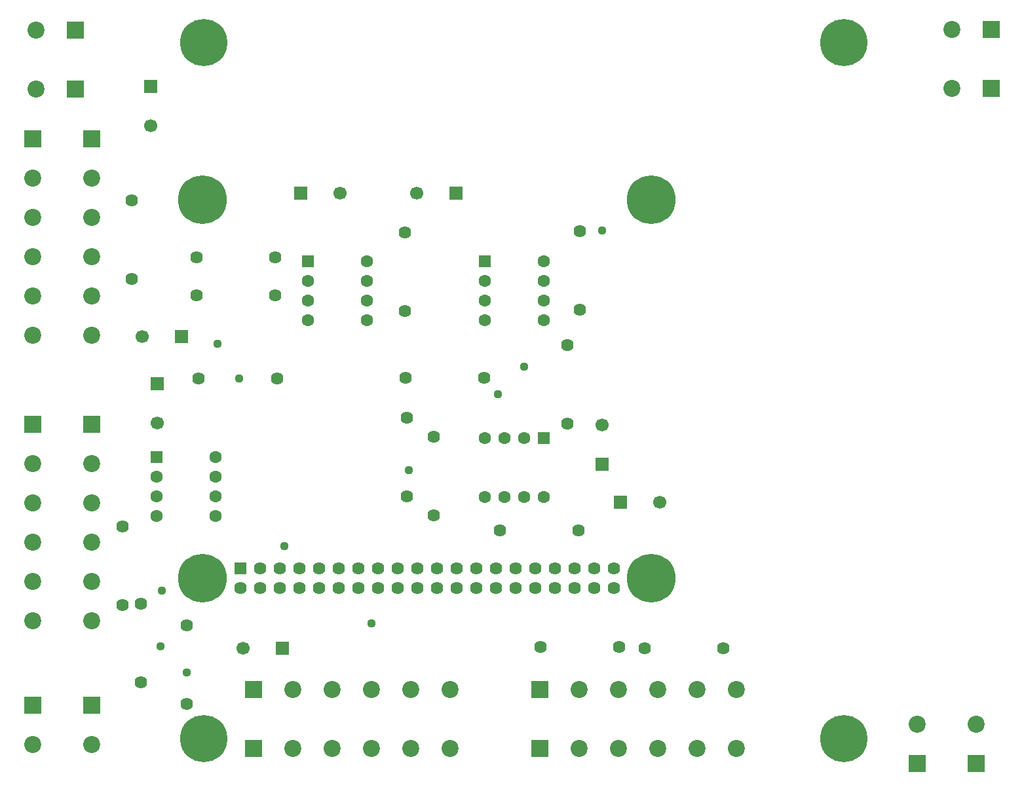
<source format=gbr>
G04 DipTrace 4.1.1.0*
G04 BottomMask.gbr*
%MOMM*%
G04 #@! TF.FileFunction,Soldermask,Bot*
G04 #@! TF.Part,Single*
%ADD39C,1.116*%
%ADD41R,1.624X1.624*%
%ADD43C,6.3*%
%ADD44C,6.1*%
%ADD45C,1.624*%
%ADD47C,1.624*%
%ADD50C,1.608*%
%ADD52R,1.608X1.608*%
%ADD54C,2.2*%
%ADD56R,2.2X2.2*%
%ADD58R,1.7X1.7*%
%ADD60C,1.7*%
%FSLAX35Y35*%
G04*
G71*
G90*
G75*
G01*
G04 BotMask*
%LPD*%
D39*
X7858000Y6433000D3*
X8198000Y6793000D3*
X9208000Y8553000D3*
X4238000Y7083000D3*
X6231600Y3466600D3*
X3838000Y2833000D3*
X3498000Y3173000D3*
X3518000Y3893000D3*
X4518000Y6633013D3*
X6708000Y5453000D3*
X5098000Y4473000D3*
D60*
X6812000Y9035000D3*
D58*
X7320000D3*
D60*
X9952000Y5033000D3*
D58*
X9444000D3*
D60*
X9207995Y6037000D3*
D58*
X9208005Y5529000D3*
D60*
X4564000Y3153000D3*
D58*
X5072000D3*
D60*
X5822000Y9033000D3*
D58*
X5314000D3*
D60*
X3378007Y9909000D3*
D58*
X3377993Y10417000D3*
D60*
X3458010Y6059000D3*
D58*
X3457990Y6567000D3*
D60*
X3264000Y7182983D3*
D58*
X3772000Y7183017D3*
D56*
X8407500Y2617300D3*
D54*
X8915500D3*
X9423500D3*
X9931500D3*
X10439500D3*
X10947500D3*
D56*
X8407500Y1855300D3*
D54*
X8915500D3*
X9423500D3*
X9931500D3*
X10439500D3*
X10947500D3*
D56*
X4707600Y2617300D3*
D54*
X5215600D3*
X5723600D3*
X6231600D3*
X6739600D3*
X7247600D3*
D56*
X4707600Y1855300D3*
D54*
X5215600D3*
X5723600D3*
X6231600D3*
X6739600D3*
X7247600D3*
D52*
X7691983Y8152985D3*
D50*
X7691994Y7898985D3*
X7692006Y7644985D3*
X7692017Y7390985D3*
X8454017Y7391018D3*
X8454006Y7645018D3*
X8453994Y7899018D3*
X8453983Y8153018D3*
D52*
X8454000Y5867000D3*
D50*
X8200000D3*
X7946000D3*
X7692000D3*
Y5105000D3*
X7946000D3*
X8200000D3*
X8454000D3*
D56*
X2614200Y9739000D3*
D54*
Y9231000D3*
Y8723000D3*
Y8215000D3*
Y7707000D3*
Y7199000D3*
D56*
X1852200Y9739000D3*
D54*
Y9231000D3*
Y8723000D3*
Y8215000D3*
Y7707000D3*
Y7199000D3*
D56*
X2614200Y6044000D3*
D54*
Y5536000D3*
Y5028000D3*
Y4520000D3*
Y4012000D3*
Y3504000D3*
D56*
X1852200Y6044000D3*
D54*
Y5536000D3*
Y5028000D3*
Y4520000D3*
Y4012000D3*
Y3504000D3*
D52*
X5405974Y8152976D3*
D50*
X5405989Y7898976D3*
X5406004Y7644976D3*
X5406019Y7390976D3*
X6168019Y7391021D3*
X6168004Y7645021D3*
X6167989Y7899021D3*
X6167974Y8153021D3*
D52*
X3446983Y5618985D3*
D50*
X3446994Y5364985D3*
X3447006Y5110985D3*
X3447017Y4856985D3*
X4209017Y4857018D3*
X4209006Y5111018D3*
X4208994Y5365018D3*
X4208983Y5619018D3*
D56*
X14238800Y10387302D3*
D54*
X13730800Y10387290D3*
D56*
X14238784Y11149302D3*
D54*
X13730784Y11149290D3*
D56*
X2614200Y2410899D3*
D54*
X2614213Y1902899D3*
D56*
X1852200Y2410879D3*
D54*
X1852213Y1902879D3*
D56*
X13278800Y1656700D3*
D54*
Y2164700D3*
D56*
X14040800Y1656700D3*
D54*
Y2164700D3*
D56*
X2399200Y10382300D3*
D54*
X1891200D3*
D56*
X2399200Y11144300D3*
D54*
X1891200D3*
D44*
X4058000Y10983000D3*
Y1983000D3*
X12328000Y10983000D3*
Y1983000D3*
D47*
X8917983Y8541000D3*
D45*
X8918017Y7525000D3*
D47*
X8900000Y4669022D3*
D45*
X7884000Y4668978D3*
D47*
X6657991Y8521000D3*
D45*
X6658009Y7505000D3*
D47*
X5006000Y6633015D3*
D45*
X3990000Y6632985D3*
D47*
X8410000Y3162989D3*
D45*
X9426000Y3163011D3*
D47*
X10776000Y3153015D3*
D45*
X9760000Y3152985D3*
D47*
X8757991Y7071000D3*
D45*
X8758009Y6055000D3*
D47*
X6688000Y6131000D3*
D45*
Y5115000D3*
D47*
X7686000Y6643000D3*
D45*
X6670000D3*
D47*
X7028000Y4865000D3*
D45*
Y5881000D3*
D47*
X4986000Y8203000D3*
D45*
X3970000D3*
D47*
X3128000Y8941000D3*
D45*
Y7925000D3*
D47*
X4986000Y7713000D3*
D45*
X3970000D3*
D47*
X3248000Y2705000D3*
D45*
Y3721000D3*
D47*
X3008000Y3705000D3*
D45*
Y4721000D3*
D47*
X3838000Y2425000D3*
D45*
Y3441000D3*
X4534000Y3925000D3*
D43*
X4047000Y8952000D3*
D41*
X4534000Y4179000D3*
D45*
X4788000D3*
X5042000D3*
X5296000Y3925000D3*
Y4179000D3*
X5550000Y3925000D3*
X5042000D3*
X5804000D3*
X6058000Y4179000D3*
X6312000D3*
Y3925000D3*
X6566000D3*
X5804000Y4179000D3*
X6820000D3*
X7074000Y3925000D3*
Y4179000D3*
X7328000Y3925000D3*
X7582000D3*
X7836000Y4179000D3*
Y3925000D3*
X8090000Y4179000D3*
X8344000D3*
Y3925000D3*
X7328000Y4179000D3*
X8598000D3*
X8852000Y3925000D3*
Y4179000D3*
X9106000Y3925000D3*
X9360000D3*
X9106000Y4179000D3*
D43*
X4047000Y4052000D3*
X9847000D3*
Y8952000D3*
D45*
X5550000Y4179000D3*
X4788000Y3925000D3*
X6058000D3*
X6566000Y4179000D3*
X7582000D3*
X6820000Y3925000D3*
X9360000Y4179000D3*
X8090000Y3925000D3*
X8598000D3*
M02*

</source>
